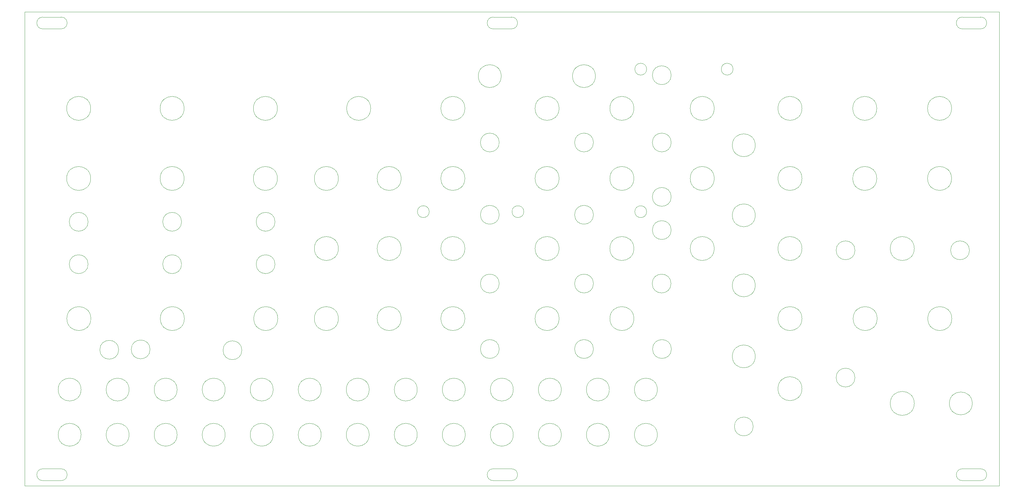
<source format=gbr>
%TF.GenerationSoftware,KiCad,Pcbnew,7.0.9*%
%TF.CreationDate,2024-01-03T17:03:04-06:00*%
%TF.ProjectId,AnalogSequencerFaceplate,416e616c-6f67-4536-9571-75656e636572,rev?*%
%TF.SameCoordinates,Original*%
%TF.FileFunction,Profile,NP*%
%FSLAX46Y46*%
G04 Gerber Fmt 4.6, Leading zero omitted, Abs format (unit mm)*
G04 Created by KiCad (PCBNEW 7.0.9) date 2024-01-03 17:03:04*
%MOMM*%
%LPD*%
G01*
G04 APERTURE LIST*
%TA.AperFunction,Profile*%
%ADD10C,0.100000*%
%TD*%
G04 APERTURE END LIST*
D10*
X289865000Y-177415000D02*
G75*
G03*
X289865000Y-177415000I-2550000J0D01*
G01*
X132875000Y-146665000D02*
G75*
G03*
X132875000Y-146665000I-2550000J0D01*
G01*
X123900000Y-170000000D02*
G75*
G03*
X123900000Y-170000000I-2550000J0D01*
G01*
X90550000Y-169865200D02*
G75*
G03*
X90550000Y-169865200I-2550000J0D01*
G01*
X99050000Y-169773600D02*
G75*
G03*
X99050000Y-169773600I-2550000J0D01*
G01*
X240125000Y-128415000D02*
G75*
G03*
X240125000Y-128415000I-2550000J0D01*
G01*
X289874800Y-142900400D02*
G75*
G03*
X289874800Y-142900400I-2550000J0D01*
G01*
X320862800Y-142900400D02*
G75*
G03*
X320862800Y-142900400I-2550000J0D01*
G01*
X240175000Y-169665000D02*
G75*
G03*
X240175000Y-169665000I-2550000J0D01*
G01*
X262325000Y-190665000D02*
G75*
G03*
X262325000Y-190665000I-2550000J0D01*
G01*
X219075000Y-169665000D02*
G75*
G03*
X219075000Y-169665000I-2550000J0D01*
G01*
X193575000Y-169665000D02*
G75*
G03*
X193575000Y-169665000I-2550000J0D01*
G01*
X219075000Y-151915000D02*
G75*
G03*
X219075000Y-151915000I-2550000J0D01*
G01*
X193575000Y-151915000D02*
G75*
G03*
X193575000Y-151915000I-2550000J0D01*
G01*
X219075000Y-133265000D02*
G75*
G03*
X219075000Y-133265000I-2550000J0D01*
G01*
X193575000Y-133265000D02*
G75*
G03*
X193575000Y-133265000I-2550000J0D01*
G01*
X219075000Y-113665000D02*
G75*
G03*
X219075000Y-113665000I-2550000J0D01*
G01*
X193575000Y-113665000D02*
G75*
G03*
X193575000Y-113665000I-2550000J0D01*
G01*
X219610000Y-95665000D02*
G75*
G03*
X219610000Y-95665000I-3100000J0D01*
G01*
X194110000Y-95665000D02*
G75*
G03*
X194110000Y-95665000I-3100000J0D01*
G01*
X233475000Y-93775000D02*
G75*
G03*
X233475000Y-93775000I-1600000J0D01*
G01*
X256875000Y-93775000D02*
G75*
G03*
X256875000Y-93775000I-1600000J0D01*
G01*
X174625000Y-132415000D02*
G75*
G03*
X174625000Y-132415000I-1600000J0D01*
G01*
X240125000Y-95415000D02*
G75*
G03*
X240125000Y-95415000I-2550000J0D01*
G01*
X240125000Y-113665000D02*
G75*
G03*
X240125000Y-113665000I-2550000J0D01*
G01*
X240125000Y-137415000D02*
G75*
G03*
X240125000Y-137415000I-2550000J0D01*
G01*
X240075000Y-151915000D02*
G75*
G03*
X240075000Y-151915000I-2550000J0D01*
G01*
X132875000Y-135165000D02*
G75*
G03*
X132875000Y-135165000I-2550000J0D01*
G01*
X107575000Y-135165000D02*
G75*
G03*
X107575000Y-135165000I-2550000J0D01*
G01*
X107575000Y-146665000D02*
G75*
G03*
X107575000Y-146665000I-2550000J0D01*
G01*
X233475000Y-132425000D02*
G75*
G03*
X233475000Y-132425000I-1600000J0D01*
G01*
X200225000Y-132415000D02*
G75*
G03*
X200225000Y-132415000I-1600000J0D01*
G01*
X82275000Y-146665000D02*
G75*
G03*
X82275000Y-146665000I-2550000J0D01*
G01*
X82275000Y-135165000D02*
G75*
G03*
X82275000Y-135165000I-2550000J0D01*
G01*
X321625000Y-184415000D02*
G75*
G03*
X321625000Y-184415000I-3100000J0D01*
G01*
X305925000Y-142415000D02*
G75*
G03*
X305925000Y-142415000I-3250000J0D01*
G01*
X275525000Y-180415000D02*
G75*
G03*
X275525000Y-180415000I-3250000J0D01*
G01*
X305925000Y-184415000D02*
G75*
G03*
X305925000Y-184415000I-3250000J0D01*
G01*
X316085000Y-161415000D02*
G75*
G03*
X316085000Y-161415000I-3250000J0D01*
G01*
X295875000Y-161415000D02*
G75*
G03*
X295875000Y-161415000I-3250000J0D01*
G01*
X316025000Y-123415000D02*
G75*
G03*
X316025000Y-123415000I-3250000J0D01*
G01*
X295775000Y-123415000D02*
G75*
G03*
X295775000Y-123415000I-3250000J0D01*
G01*
X316025000Y-104415000D02*
G75*
G03*
X316025000Y-104415000I-3250000J0D01*
G01*
X295775000Y-104415000D02*
G75*
G03*
X295775000Y-104415000I-3250000J0D01*
G01*
X275525000Y-104415000D02*
G75*
G03*
X275525000Y-104415000I-3250000J0D01*
G01*
X275525000Y-161415000D02*
G75*
G03*
X275525000Y-161415000I-3250000J0D01*
G01*
X275525000Y-142415000D02*
G75*
G03*
X275525000Y-142415000I-3250000J0D01*
G01*
X275525000Y-123415000D02*
G75*
G03*
X275525000Y-123415000I-3250000J0D01*
G01*
X230025000Y-142415000D02*
G75*
G03*
X230025000Y-142415000I-3250000J0D01*
G01*
X230025000Y-123415000D02*
G75*
G03*
X230025000Y-123415000I-3250000J0D01*
G01*
X251775000Y-142415000D02*
G75*
G03*
X251775000Y-142415000I-3250000J0D01*
G01*
X251775000Y-123415000D02*
G75*
G03*
X251775000Y-123415000I-3250000J0D01*
G01*
X251775000Y-104415000D02*
G75*
G03*
X251775000Y-104415000I-3250000J0D01*
G01*
X230025000Y-104415000D02*
G75*
G03*
X230025000Y-104415000I-3250000J0D01*
G01*
X230025000Y-161415000D02*
G75*
G03*
X230025000Y-161415000I-3250000J0D01*
G01*
X209775000Y-104415000D02*
G75*
G03*
X209775000Y-104415000I-3250000J0D01*
G01*
X209775000Y-142415000D02*
G75*
G03*
X209775000Y-142415000I-3250000J0D01*
G01*
X209775000Y-123415000D02*
G75*
G03*
X209775000Y-123415000I-3250000J0D01*
G01*
X209775000Y-161415000D02*
G75*
G03*
X209775000Y-161415000I-3250000J0D01*
G01*
X133625000Y-161415000D02*
G75*
G03*
X133625000Y-161415000I-3250000J0D01*
G01*
X108325000Y-161415000D02*
G75*
G03*
X108325000Y-161415000I-3250000J0D01*
G01*
X83025000Y-161415000D02*
G75*
G03*
X83025000Y-161415000I-3250000J0D01*
G01*
X184275000Y-161415000D02*
G75*
G03*
X184275000Y-161415000I-3250000J0D01*
G01*
X184275000Y-142415000D02*
G75*
G03*
X184275000Y-142415000I-3250000J0D01*
G01*
X184275000Y-123415000D02*
G75*
G03*
X184275000Y-123415000I-3250000J0D01*
G01*
X184275000Y-104415000D02*
G75*
G03*
X184275000Y-104415000I-3250000J0D01*
G01*
X158775000Y-104415000D02*
G75*
G03*
X158775000Y-104415000I-3250000J0D01*
G01*
X150025000Y-142415000D02*
G75*
G03*
X150025000Y-142415000I-3250000J0D01*
G01*
X150025000Y-161415000D02*
G75*
G03*
X150025000Y-161415000I-3250000J0D01*
G01*
X167025000Y-161415000D02*
G75*
G03*
X167025000Y-161415000I-3250000J0D01*
G01*
X167025000Y-142415000D02*
G75*
G03*
X167025000Y-142415000I-3250000J0D01*
G01*
X167025000Y-123415000D02*
G75*
G03*
X167025000Y-123415000I-3250000J0D01*
G01*
X150025000Y-123415000D02*
G75*
G03*
X150025000Y-123415000I-3250000J0D01*
G01*
X133525000Y-123415000D02*
G75*
G03*
X133525000Y-123415000I-3250000J0D01*
G01*
X133525000Y-104415000D02*
G75*
G03*
X133525000Y-104415000I-3250000J0D01*
G01*
X108275000Y-104415000D02*
G75*
G03*
X108275000Y-104415000I-3250000J0D01*
G01*
X108275000Y-123415000D02*
G75*
G03*
X108275000Y-123415000I-3250000J0D01*
G01*
X82975000Y-123415000D02*
G75*
G03*
X82975000Y-123415000I-3250000J0D01*
G01*
X82975000Y-104415000D02*
G75*
G03*
X82975000Y-104415000I-3250000J0D01*
G01*
X262875000Y-114415000D02*
G75*
G03*
X262875000Y-114415000I-3100000J0D01*
G01*
X262875000Y-133415000D02*
G75*
G03*
X262875000Y-133415000I-3100000J0D01*
G01*
X262875000Y-152415000D02*
G75*
G03*
X262875000Y-152415000I-3100000J0D01*
G01*
X262875000Y-171665000D02*
G75*
G03*
X262875000Y-171665000I-3100000J0D01*
G01*
X145375000Y-192915000D02*
G75*
G03*
X145375000Y-192915000I-3100000J0D01*
G01*
X197375000Y-192915000D02*
G75*
G03*
X197375000Y-192915000I-3100000J0D01*
G01*
X210375000Y-192915000D02*
G75*
G03*
X210375000Y-192915000I-3100000J0D01*
G01*
X106375000Y-192915000D02*
G75*
G03*
X106375000Y-192915000I-3100000J0D01*
G01*
X223375000Y-192915000D02*
G75*
G03*
X223375000Y-192915000I-3100000J0D01*
G01*
X132375000Y-192915000D02*
G75*
G03*
X132375000Y-192915000I-3100000J0D01*
G01*
X93375000Y-192915000D02*
G75*
G03*
X93375000Y-192915000I-3100000J0D01*
G01*
X119375000Y-192915000D02*
G75*
G03*
X119375000Y-192915000I-3100000J0D01*
G01*
X184375000Y-192915000D02*
G75*
G03*
X184375000Y-192915000I-3100000J0D01*
G01*
X80375000Y-192915000D02*
G75*
G03*
X80375000Y-192915000I-3100000J0D01*
G01*
X171375000Y-192915000D02*
G75*
G03*
X171375000Y-192915000I-3100000J0D01*
G01*
X158375000Y-192915000D02*
G75*
G03*
X158375000Y-192915000I-3100000J0D01*
G01*
X236375000Y-192915000D02*
G75*
G03*
X236375000Y-192915000I-3100000J0D01*
G01*
X236375000Y-180665000D02*
G75*
G03*
X236375000Y-180665000I-3100000J0D01*
G01*
X223375000Y-180665000D02*
G75*
G03*
X223375000Y-180665000I-3100000J0D01*
G01*
X210375000Y-180665000D02*
G75*
G03*
X210375000Y-180665000I-3100000J0D01*
G01*
X197375000Y-180665000D02*
G75*
G03*
X197375000Y-180665000I-3100000J0D01*
G01*
X184375000Y-180665000D02*
G75*
G03*
X184375000Y-180665000I-3100000J0D01*
G01*
X171375000Y-180665000D02*
G75*
G03*
X171375000Y-180665000I-3100000J0D01*
G01*
X158375000Y-180665000D02*
G75*
G03*
X158375000Y-180665000I-3100000J0D01*
G01*
X145375000Y-180665000D02*
G75*
G03*
X145375000Y-180665000I-3100000J0D01*
G01*
X132375000Y-180665000D02*
G75*
G03*
X132375000Y-180665000I-3100000J0D01*
G01*
X119375000Y-180665000D02*
G75*
G03*
X119375000Y-180665000I-3100000J0D01*
G01*
X106375000Y-180665000D02*
G75*
G03*
X106375000Y-180665000I-3100000J0D01*
G01*
X93375000Y-180665000D02*
G75*
G03*
X93375000Y-180665000I-3100000J0D01*
G01*
X80375000Y-180665000D02*
G75*
G03*
X80375000Y-180665000I-3100000J0D01*
G01*
X191920000Y-202150000D02*
X196920000Y-202150000D01*
X318920000Y-202150000D02*
G75*
G03*
X318920000Y-205350000I0J-1600000D01*
G01*
X191920000Y-79650000D02*
X196920000Y-79650000D01*
X65080000Y-78250000D02*
X328980000Y-78250000D01*
X328980000Y-206800000D01*
X65080000Y-206800000D01*
X65080000Y-78250000D01*
X191920000Y-79650000D02*
G75*
G03*
X191920000Y-82850000I0J-1600000D01*
G01*
X70000000Y-79650000D02*
X75000000Y-79650000D01*
X191920000Y-82850000D02*
X196920000Y-82850000D01*
X75000000Y-205350000D02*
G75*
G03*
X75000000Y-202150000I0J1600000D01*
G01*
X196920000Y-205350000D02*
G75*
G03*
X196920000Y-202150000I0J1600000D01*
G01*
X191920000Y-202150000D02*
G75*
G03*
X191920000Y-205350000I0J-1600000D01*
G01*
X70000000Y-205350000D02*
X75000000Y-205350000D01*
X70000000Y-202150000D02*
X75000000Y-202150000D01*
X323920000Y-205350000D02*
G75*
G03*
X323920000Y-202150000I0J1600000D01*
G01*
X70000000Y-202150000D02*
G75*
G03*
X70000000Y-205350000I0J-1600000D01*
G01*
X318920000Y-202150000D02*
X323920000Y-202150000D01*
X318920000Y-79650000D02*
G75*
G03*
X318920000Y-82850000I0J-1600000D01*
G01*
X75000000Y-82850000D02*
G75*
G03*
X75000000Y-79650000I0J1600000D01*
G01*
X70000000Y-82850000D02*
X75000000Y-82850000D01*
X318920000Y-205350000D02*
X323920000Y-205350000D01*
X318920000Y-79650000D02*
X323920000Y-79650000D01*
X196920000Y-82850000D02*
G75*
G03*
X196920000Y-79650000I0J1600000D01*
G01*
X70000000Y-79650000D02*
G75*
G03*
X70000000Y-82850000I0J-1600000D01*
G01*
X318920000Y-82850000D02*
X323920000Y-82850000D01*
X191920000Y-205350000D02*
X196920000Y-205350000D01*
X323920000Y-82850000D02*
G75*
G03*
X323920000Y-79650000I0J1600000D01*
G01*
M02*

</source>
